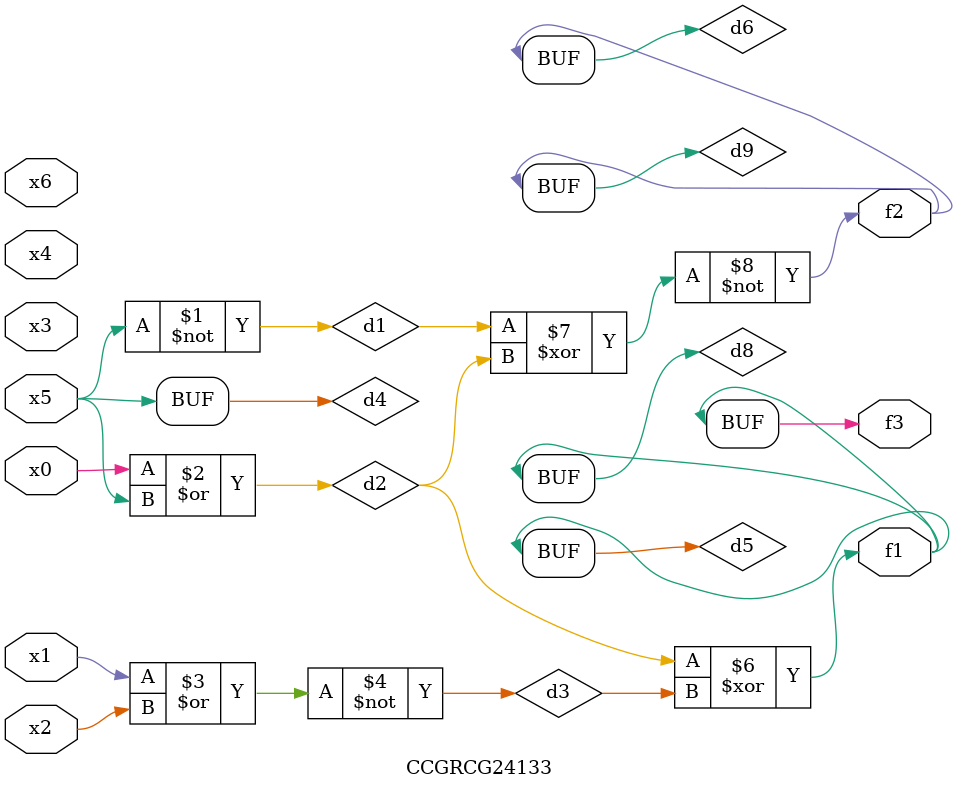
<source format=v>
module CCGRCG24133(
	input x0, x1, x2, x3, x4, x5, x6,
	output f1, f2, f3
);

	wire d1, d2, d3, d4, d5, d6, d7, d8, d9;

	nand (d1, x5);
	or (d2, x0, x5);
	nor (d3, x1, x2);
	xnor (d4, d1);
	xor (d5, d2, d3);
	xnor (d6, d1, d2);
	not (d7, x4);
	buf (d8, d5);
	xor (d9, d6);
	assign f1 = d8;
	assign f2 = d9;
	assign f3 = d8;
endmodule

</source>
